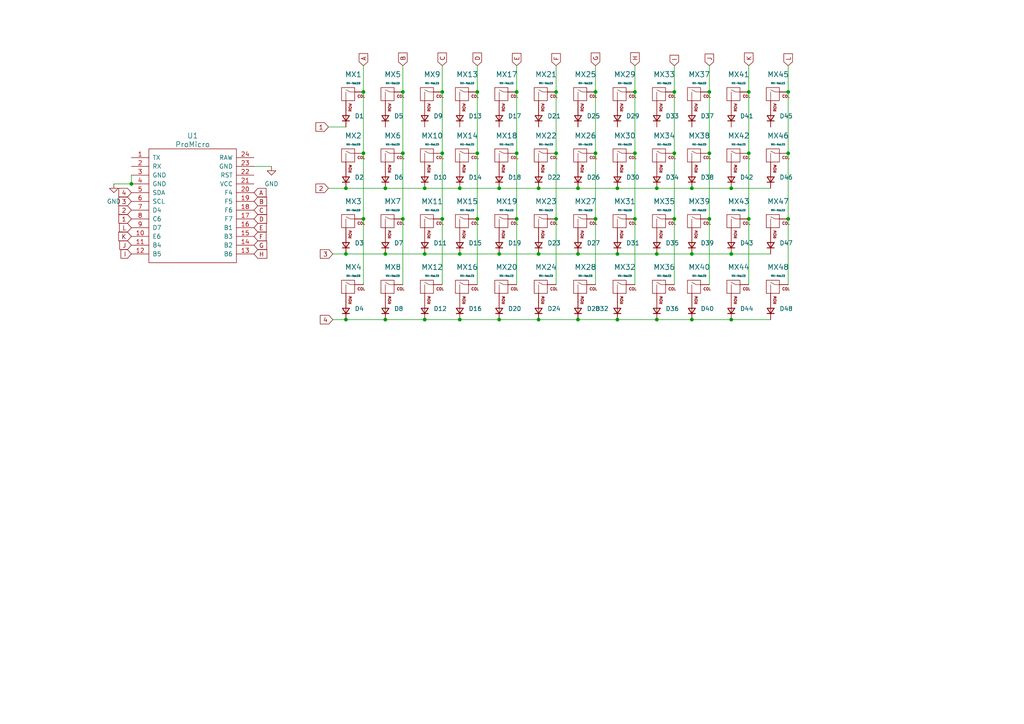
<source format=kicad_sch>
(kicad_sch (version 20230121) (generator eeschema)
  (paper "A4")
  (lib_symbols
    (symbol "Device:D_Small" (pin_numbers hide) (pin_names (offset 0.254) hide)
      (property "Reference" "D" (at -1.27 2.032 0))
      (property "Value" "D_Small" (at -3.81 -2.032 0))
      (symbol "D_Small_0_1"
        (polyline (pts (xy -0.762 -1.016) (xy -0.762 1.016)) (stroke (width 0.254)))
        (polyline (pts (xy -0.762 0) (xy 0.762 0)))
        (polyline (pts (xy 0.762 -1.016) (xy -0.762 0) (xy 0.762 1.016) (xy 0.762 -1.016)) (stroke (width 0.254)))
      )
      (symbol "D_Small_1_1"
        (pin passive line (at -2.54 0 0) (length 1.778) (name "K") (number "1"))
        (pin passive line (at 2.54 0 180) (length 1.778) (name "A") (number "2"))
      )
    )
    (symbol "MX_Alps_Hybrid:MX-NoLED" (pin_names (offset 1.016))
      (property "Reference" "MX" (at -0.635 3.81 0))
      (property "Value" "MX-NoLED" (at -0.635 1.27 0))
      (symbol "MX-NoLED_0_0"
        (rectangle (start -2.54 2.54) (end 1.27 -1.27))
        (polyline (pts (xy -1.27 -1.27) (xy -1.27 1.27)) (stroke (width 0.127)))
        (polyline (pts (xy 1.27 1.27) (xy 0 1.27) (xy -1.27 1.905)) (stroke (width 0.127)))
        (text "COL" (at 3.175 0 0) (effects (font (size 0.762 0.762))))
        (text "ROW" (at 0 -1.905 900) (effects (font (size 0.762 0.762)) (justify right)))
      )
      (symbol "MX-NoLED_1_1"
        (pin passive line (at 3.81 1.27 180) (length 2.54) (name "COL") (number "1"))
        (pin passive line (at -1.27 -3.81 90) (length 2.54) (name "ROW") (number "2"))
      )
    )
    (symbol "power:GND" (power) (pin_names (offset 0))
      (property "Value" "GND" (at 0 -3.81 0))
      (symbol "GND_0_1"
        (polyline (pts (xy 0 0) (xy 0 -1.27) (xy 1.27 -1.27) (xy 0 -2.54) (xy -1.27 -1.27) (xy 0 -1.27)))
      )
      (symbol "GND_1_1"
        (pin power_in line (at 0 0 270) (length 0) hide (name "GND") (number "1"))
      )
    )
    (symbol "promicro:ProMicro" (pin_names (offset 1.016))
      (property "Reference" "U" (at 0 24.13 0))
      (property "Value" "ProMicro" (at 0 -13.97 0))
      (symbol "ProMicro_0_1"
        (rectangle (start -12.7 21.59) (end 12.7 -11.43))
      )
      (symbol "ProMicro_1_1"
        (pin bidirectional line (at -17.78 19.05 0) (length 5.08) (name "TX") (number "1"))
        (pin bidirectional line (at -17.78 -3.81 0) (length 5.08) (name "E6") (number "10"))
        (pin bidirectional line (at -17.78 -6.35 0) (length 5.08) (name "B4") (number "11"))
        (pin bidirectional line (at -17.78 -8.89 0) (length 5.08) (name "B5") (number "12"))
        (pin bidirectional line (at 17.78 -8.89 180) (length 5.08) (name "B6") (number "13"))
        (pin bidirectional line (at 17.78 -6.35 180) (length 5.08) (name "B2") (number "14"))
        (pin bidirectional line (at 17.78 -3.81 180) (length 5.08) (name "B3") (number "15"))
        (pin bidirectional line (at 17.78 -1.27 180) (length 5.08) (name "B1") (number "16"))
        (pin bidirectional line (at 17.78 1.27 180) (length 5.08) (name "F7") (number "17"))
        (pin bidirectional line (at 17.78 3.81 180) (length 5.08) (name "F6") (number "18"))
        (pin bidirectional line (at 17.78 6.35 180) (length 5.08) (name "F5") (number "19"))
        (pin bidirectional line (at -17.78 16.51 0) (length 5.08) (name "RX") (number "2"))
        (pin bidirectional line (at 17.78 8.89 180) (length 5.08) (name "F4") (number "20"))
        (pin power_in line (at 17.78 11.43 180) (length 5.08) (name "VCC") (number "21"))
        (pin input line (at 17.78 13.97 180) (length 5.08) (name "RST") (number "22"))
        (pin power_in line (at 17.78 16.51 180) (length 5.08) (name "GND") (number "23"))
        (pin power_out line (at 17.78 19.05 180) (length 5.08) (name "RAW") (number "24"))
        (pin power_in line (at -17.78 13.97 0) (length 5.08) (name "GND") (number "3"))
        (pin power_in line (at -17.78 11.43 0) (length 5.08) (name "GND") (number "4"))
        (pin bidirectional line (at -17.78 8.89 0) (length 5.08) (name "SDA") (number "5"))
        (pin bidirectional line (at -17.78 6.35 0) (length 5.08) (name "SCL") (number "6"))
        (pin bidirectional line (at -17.78 3.81 0) (length 5.08) (name "D4") (number "7"))
        (pin bidirectional line (at -17.78 1.27 0) (length 5.08) (name "C6") (number "8"))
        (pin bidirectional line (at -17.78 -1.27 0) (length 5.08) (name "D7") (number "9"))
      )
    )
  )
  (junction (at 116.84 26.67))
  (junction (at 217.17 44.45))
  (junction (at 105.41 63.5))
  (junction (at 111.76 54.61))
  (junction (at 167.64 73.66))
  (junction (at 190.5 54.61))
  (junction (at 217.17 26.67))
  (junction (at 133.35 73.66))
  (junction (at 205.74 63.5))
  (junction (at 190.5 92.71))
  (junction (at 149.86 26.67))
  (junction (at 212.09 54.61))
  (junction (at 212.09 92.71))
  (junction (at 161.29 63.5))
  (junction (at 128.27 26.67))
  (junction (at 133.35 92.71))
  (junction (at 228.6 26.67))
  (junction (at 217.17 63.5))
  (junction (at 200.66 54.61))
  (junction (at 138.43 63.5))
  (junction (at 156.21 92.71))
  (junction (at 116.84 63.5))
  (junction (at 100.33 92.71))
  (junction (at 111.76 92.71))
  (junction (at 195.58 44.45))
  (junction (at 100.33 54.61))
  (junction (at 105.41 26.67))
  (junction (at 172.72 63.5))
  (junction (at 123.19 54.61))
  (junction (at 172.72 44.45))
  (junction (at 156.21 73.66))
  (junction (at 184.15 26.67))
  (junction (at 149.86 63.5))
  (junction (at 161.29 26.67))
  (junction (at 138.43 44.45))
  (junction (at 179.07 92.71))
  (junction (at 123.19 92.71))
  (junction (at 149.86 44.45))
  (junction (at 190.5 73.66))
  (junction (at 144.78 54.61))
  (junction (at 195.58 26.67))
  (junction (at 128.27 63.5))
  (junction (at 228.6 63.5))
  (junction (at 161.29 44.45))
  (junction (at 138.43 26.67))
  (junction (at 205.74 26.67))
  (junction (at 200.66 73.66))
  (junction (at 100.33 73.66))
  (junction (at 200.66 92.71))
  (junction (at 123.19 73.66))
  (junction (at 116.84 44.45))
  (junction (at 128.27 44.45))
  (junction (at 133.35 54.61))
  (junction (at 172.72 26.67))
  (junction (at 205.74 44.45))
  (junction (at 144.78 92.71))
  (junction (at 111.76 73.66))
  (junction (at 195.58 63.5))
  (junction (at 184.15 44.45))
  (junction (at 179.07 54.61))
  (junction (at 179.07 73.66))
  (junction (at 144.78 73.66))
  (junction (at 105.41 44.45))
  (junction (at 228.6 44.45))
  (junction (at 184.15 63.5))
  (junction (at 212.09 73.66))
  (junction (at 156.21 54.61))
  (junction (at 167.64 92.71))
  (junction (at 38.1 53.34))
  (junction (at 167.64 54.61))
  (wire (pts (xy 133.35 54.61) (xy 144.78 54.61)))
  (wire (pts (xy 161.29 44.45) (xy 161.29 63.5)))
  (wire (pts (xy 33.02 53.34) (xy 38.1 53.34)))
  (wire (pts (xy 116.84 19.05) (xy 116.84 26.67)))
  (wire (pts (xy 172.72 19.05) (xy 172.72 26.67)))
  (wire (pts (xy 149.86 19.05) (xy 149.86 26.67)))
  (wire (pts (xy 111.76 73.66) (xy 123.19 73.66)))
  (wire (pts (xy 212.09 92.71) (xy 223.52 92.71)))
  (wire (pts (xy 38.1 50.8) (xy 38.1 53.34)))
  (wire (pts (xy 228.6 26.67) (xy 228.6 44.45)))
  (wire (pts (xy 228.6 19.05) (xy 228.6 26.67)))
  (wire (pts (xy 228.6 63.5) (xy 228.6 82.55)))
  (wire (pts (xy 190.5 73.66) (xy 200.66 73.66)))
  (wire (pts (xy 133.35 92.71) (xy 144.78 92.71)))
  (wire (pts (xy 167.64 92.71) (xy 179.07 92.71)))
  (wire (pts (xy 195.58 26.67) (xy 195.58 44.45)))
  (wire (pts (xy 217.17 63.5) (xy 217.17 82.55)))
  (wire (pts (xy 195.58 63.5) (xy 195.58 82.55)))
  (wire (pts (xy 172.72 26.67) (xy 172.72 44.45)))
  (wire (pts (xy 205.74 44.45) (xy 205.74 63.5)))
  (wire (pts (xy 228.6 44.45) (xy 228.6 63.5)))
  (wire (pts (xy 149.86 44.45) (xy 149.86 63.5)))
  (wire (pts (xy 190.5 54.61) (xy 200.66 54.61)))
  (wire (pts (xy 195.58 44.45) (xy 195.58 63.5)))
  (wire (pts (xy 161.29 63.5) (xy 161.29 82.55)))
  (wire (pts (xy 138.43 26.67) (xy 138.43 44.45)))
  (wire (pts (xy 123.19 73.66) (xy 133.35 73.66)))
  (wire (pts (xy 123.19 54.61) (xy 133.35 54.61)))
  (wire (pts (xy 149.86 26.67) (xy 149.86 44.45)))
  (wire (pts (xy 200.66 92.71) (xy 212.09 92.71)))
  (wire (pts (xy 195.58 19.05) (xy 195.58 26.67)))
  (wire (pts (xy 200.66 73.66) (xy 212.09 73.66)))
  (wire (pts (xy 179.07 73.66) (xy 190.5 73.66)))
  (wire (pts (xy 167.64 73.66) (xy 179.07 73.66)))
  (wire (pts (xy 161.29 26.67) (xy 161.29 44.45)))
  (wire (pts (xy 111.76 54.61) (xy 123.19 54.61)))
  (wire (pts (xy 73.66 48.26) (xy 78.74 48.26)))
  (wire (pts (xy 167.64 54.61) (xy 179.07 54.61)))
  (wire (pts (xy 128.27 19.05) (xy 128.27 26.67)))
  (wire (pts (xy 190.5 92.71) (xy 200.66 92.71)))
  (wire (pts (xy 212.09 73.66) (xy 223.52 73.66)))
  (wire (pts (xy 123.19 92.71) (xy 133.35 92.71)))
  (wire (pts (xy 217.17 19.05) (xy 217.17 26.67)))
  (wire (pts (xy 217.17 44.45) (xy 217.17 63.5)))
  (wire (pts (xy 96.52 73.66) (xy 100.33 73.66)))
  (wire (pts (xy 144.78 54.61) (xy 156.21 54.61)))
  (wire (pts (xy 179.07 54.61) (xy 190.5 54.61)))
  (wire (pts (xy 105.41 26.67) (xy 105.41 44.45)))
  (wire (pts (xy 144.78 73.66) (xy 156.21 73.66)))
  (wire (pts (xy 138.43 63.5) (xy 138.43 82.55)))
  (wire (pts (xy 172.72 63.5) (xy 172.72 82.55)))
  (wire (pts (xy 144.78 92.71) (xy 156.21 92.71)))
  (wire (pts (xy 200.66 54.61) (xy 212.09 54.61)))
  (wire (pts (xy 105.41 63.5) (xy 105.41 82.55)))
  (wire (pts (xy 205.74 19.05) (xy 205.74 26.67)))
  (wire (pts (xy 138.43 44.45) (xy 138.43 63.5)))
  (wire (pts (xy 205.74 26.67) (xy 205.74 44.45)))
  (wire (pts (xy 95.25 36.83) (xy 100.33 36.83)))
  (wire (pts (xy 184.15 63.5) (xy 184.15 82.55)))
  (wire (pts (xy 133.35 73.66) (xy 144.78 73.66)))
  (wire (pts (xy 100.33 73.66) (xy 111.76 73.66)))
  (wire (pts (xy 100.33 92.71) (xy 111.76 92.71)))
  (wire (pts (xy 116.84 26.67) (xy 116.84 44.45)))
  (wire (pts (xy 95.25 54.61) (xy 100.33 54.61)))
  (wire (pts (xy 128.27 26.67) (xy 128.27 44.45)))
  (wire (pts (xy 105.41 44.45) (xy 105.41 63.5)))
  (wire (pts (xy 105.41 19.05) (xy 105.41 26.67)))
  (wire (pts (xy 184.15 44.45) (xy 184.15 63.5)))
  (wire (pts (xy 128.27 44.45) (xy 128.27 63.5)))
  (wire (pts (xy 184.15 26.67) (xy 184.15 44.45)))
  (wire (pts (xy 128.27 63.5) (xy 128.27 82.55)))
  (wire (pts (xy 156.21 54.61) (xy 167.64 54.61)))
  (wire (pts (xy 116.84 63.5) (xy 116.84 82.55)))
  (wire (pts (xy 96.52 92.71) (xy 100.33 92.71)))
  (wire (pts (xy 161.29 19.05) (xy 161.29 26.67)))
  (wire (pts (xy 217.17 26.67) (xy 217.17 44.45)))
  (wire (pts (xy 184.15 19.05) (xy 184.15 26.67)))
  (wire (pts (xy 179.07 92.71) (xy 190.5 92.71)))
  (wire (pts (xy 156.21 92.71) (xy 167.64 92.71)))
  (wire (pts (xy 100.33 54.61) (xy 111.76 54.61)))
  (wire (pts (xy 212.09 54.61) (xy 223.52 54.61)))
  (wire (pts (xy 111.76 92.71) (xy 123.19 92.71)))
  (wire (pts (xy 116.84 44.45) (xy 116.84 63.5)))
  (wire (pts (xy 138.43 19.05) (xy 138.43 26.67)))
  (wire (pts (xy 172.72 44.45) (xy 172.72 63.5)))
  (wire (pts (xy 156.21 73.66) (xy 167.64 73.66)))
  (wire (pts (xy 149.86 63.5) (xy 149.86 82.55)))
  (wire (pts (xy 205.74 63.5) (xy 205.74 82.55)))
  (global_label "C" (shape input) (at 128.27 19.05 90) (property "Intersheetrefs" "${INTERSHEET_REFS}" (effects hide)))
  (global_label "G" (shape input) (at 172.72 19.05 90) (property "Intersheetrefs" "${INTERSHEET_REFS}" (effects hide)))
  (global_label "A" (shape input) (at 105.41 19.05 90) (property "Intersheetrefs" "${INTERSHEET_REFS}" (effects hide)))
  (global_label "3" (shape input) (at 96.52 73.66 180) (property "Intersheetrefs" "${INTERSHEET_REFS}" (effects hide)))
  (global_label "D" (shape input) (at 138.43 19.05 90) (property "Intersheetrefs" "${INTERSHEET_REFS}" (effects hide)))
  (global_label "K" (shape input) (at 38.1 68.58 180) (property "Intersheetrefs" "${INTERSHEET_REFS}" (effects hide)))
  (global_label "C" (shape input) (at 73.66 60.96 0) (property "Intersheetrefs" "${INTERSHEET_REFS}" (effects hide)))
  (global_label "B" (shape input) (at 116.84 19.05 90) (property "Intersheetrefs" "${INTERSHEET_REFS}" (effects hide)))
  (global_label "D" (shape input) (at 73.66 63.5 0) (property "Intersheetrefs" "${INTERSHEET_REFS}" (effects hide)))
  (global_label "L" (shape input) (at 228.6 19.05 90) (property "Intersheetrefs" "${INTERSHEET_REFS}" (effects hide)))
  (global_label "G" (shape input) (at 73.66 71.12 0) (property "Intersheetrefs" "${INTERSHEET_REFS}" (effects hide)))
  (global_label "F" (shape input) (at 161.29 19.05 90) (property "Intersheetrefs" "${INTERSHEET_REFS}" (effects hide)))
  (global_label "J" (shape input) (at 38.1 71.12 180) (property "Intersheetrefs" "${INTERSHEET_REFS}" (effects hide)))
  (global_label "4" (shape input) (at 38.1 55.88 180) (property "Intersheetrefs" "${INTERSHEET_REFS}" (effects hide)))
  (global_label "H" (shape input) (at 73.66 73.66 0) (property "Intersheetrefs" "${INTERSHEET_REFS}" (effects hide)))
  (global_label "1" (shape input) (at 38.1 63.5 180) (property "Intersheetrefs" "${INTERSHEET_REFS}" (effects hide)))
  (global_label "E" (shape input) (at 149.86 19.05 90) (property "Intersheetrefs" "${INTERSHEET_REFS}" (effects hide)))
  (global_label "K" (shape input) (at 217.17 19.05 90) (property "Intersheetrefs" "${INTERSHEET_REFS}" (effects hide)))
  (global_label "B" (shape input) (at 73.66 58.42 0) (property "Intersheetrefs" "${INTERSHEET_REFS}" (effects hide)))
  (global_label "4" (shape input) (at 96.52 92.71 180) (property "Intersheetrefs" "${INTERSHEET_REFS}" (effects hide)))
  (global_label "H" (shape input) (at 184.15 19.05 90) (property "Intersheetrefs" "${INTERSHEET_REFS}" (effects hide)))
  (global_label "J" (shape input) (at 205.74 19.05 90) (property "Intersheetrefs" "${INTERSHEET_REFS}" (effects hide)))
  (global_label "1" (shape input) (at 95.25 36.83 180) (property "Intersheetrefs" "${INTERSHEET_REFS}" (effects hide)))
  (global_label "A" (shape input) (at 73.66 55.88 0) (property "Intersheetrefs" "${INTERSHEET_REFS}" (effects hide)))
  (global_label "L" (shape input) (at 38.1 66.04 180) (property "Intersheetrefs" "${INTERSHEET_REFS}" (effects hide)))
  (global_label "2" (shape input) (at 95.25 54.61 180) (property "Intersheetrefs" "${INTERSHEET_REFS}" (effects hide)))
  (global_label "I" (shape input) (at 195.58 19.05 90) (property "Intersheetrefs" "${INTERSHEET_REFS}" (effects hide)))
  (global_label "E" (shape input) (at 73.66 66.04 0) (property "Intersheetrefs" "${INTERSHEET_REFS}" (effects hide)))
  (global_label "I" (shape input) (at 38.1 73.66 180) (property "Intersheetrefs" "${INTERSHEET_REFS}" (effects hide)))
  (global_label "3" (shape input) (at 38.1 58.42 180) (property "Intersheetrefs" "${INTERSHEET_REFS}" (effects hide)))
  (global_label "2" (shape input) (at 38.1 60.96 180) (property "Intersheetrefs" "${INTERSHEET_REFS}" (effects hide)))
  (global_label "F" (shape input) (at 73.66 68.58 0) (property "Intersheetrefs" "${INTERSHEET_REFS}" (effects hide)))
  (symbol (lib_id "MX_Alps_Hybrid:MX-NoLED") (at 191.77 45.72 0) (unit 1)
    (property "Reference" "MX34" (at 192.6532 39.37 0) (effects (font (size 1.524 1.524))))
    (property "Value" "MX-NoLED" (at 192.6532 41.91 0) (effects (font (size 0.508 0.508))))
    (property "Footprint" "MX_Only:MXOnly-1U-Hotswap" (effects hide))
  )
  (symbol (lib_id "MX_Alps_Hybrid:MX-NoLED") (at 124.46 83.82 0) (unit 1)
    (property "Reference" "MX12" (at 125.3432 77.47 0) (effects (font (size 1.524 1.524))))
    (property "Value" "MX-NoLED" (at 125.3432 80.01 0) (effects (font (size 0.508 0.508))))
    (property "Footprint" "MX_Only:MXOnly-1U-Hotswap" (effects hide))
  )
  (symbol (lib_id "MX_Alps_Hybrid:MX-NoLED") (at 101.6 27.94 0) (unit 1)
    (property "Reference" "MX1" (at 102.4832 21.59 0) (effects (font (size 1.524 1.524))))
    (property "Value" "MX-NoLED" (at 102.4832 24.13 0) (effects (font (size 0.508 0.508))))
    (property "Footprint" "MX_Only:MXOnly-1U-Hotswap" (effects hide))
  )
  (symbol (lib_id "MX_Alps_Hybrid:MX-NoLED") (at 180.34 83.82 0) (unit 1)
    (property "Reference" "MX32" (at 181.2232 77.47 0) (effects (font (size 1.524 1.524))))
    (property "Value" "MX-NoLED" (at 181.2232 80.01 0) (effects (font (size 0.508 0.508))))
    (property "Footprint" "MX_Only:MXOnly-1U-Hotswap" (effects hide))
  )
  (symbol (lib_id "MX_Alps_Hybrid:MX-NoLED") (at 113.03 45.72 0) (unit 1)
    (property "Reference" "MX6" (at 113.9132 39.37 0) (effects (font (size 1.524 1.524))))
    (property "Value" "MX-NoLED" (at 113.9132 41.91 0) (effects (font (size 0.508 0.508))))
    (property "Footprint" "MX_Only:MXOnly-1U-Hotswap" (effects hide))
  )
  (symbol (lib_id "MX_Alps_Hybrid:MX-NoLED") (at 157.48 45.72 0) (unit 1)
    (property "Reference" "MX22" (at 158.3632 39.37 0) (effects (font (size 1.524 1.524))))
    (property "Value" "MX-NoLED" (at 158.3632 41.91 0) (effects (font (size 0.508 0.508))))
    (property "Footprint" "MX_Only:MXOnly-1U-Hotswap" (effects hide))
  )
  (symbol (lib_id "MX_Alps_Hybrid:MX-NoLED") (at 124.46 27.94 0) (unit 1)
    (property "Reference" "MX9" (at 125.3432 21.59 0) (effects (font (size 1.524 1.524))))
    (property "Value" "MX-NoLED" (at 125.3432 24.13 0) (effects (font (size 0.508 0.508))))
    (property "Footprint" "MX_Only:MXOnly-1U-Hotswap" (effects hide))
  )
  (symbol (lib_id "Device:D_Small") (at 223.52 52.07 90) (unit 1)
    (property "Reference" "D46" (at 226.06 51.435 90) (effects (justify right)))
    (property "Value" "D_Small" (effects hide))
    (property "Footprint" "Diode_SMD:D_SOD-123" (effects hide))
    (property "Sim.Device" "D" (effects hide))
    (property "Sim.Pins" "1=K 2=A" (effects hide))
  )
  (symbol (lib_id "Device:D_Small") (at 111.76 90.17 90) (unit 1)
    (property "Reference" "D8" (at 114.3 89.535 90) (effects (justify right)))
    (property "Value" "D_Small" (effects hide))
    (property "Footprint" "Diode_SMD:D_SOD-123" (effects hide))
    (property "Sim.Device" "D" (effects hide))
    (property "Sim.Pins" "1=K 2=A" (effects hide))
  )
  (symbol (lib_id "Device:D_Small") (at 156.21 71.12 90) (unit 1)
    (property "Reference" "D23" (at 158.75 70.485 90) (effects (justify right)))
    (property "Value" "D_Small" (effects hide))
    (property "Footprint" "Diode_SMD:D_SOD-123" (effects hide))
    (property "Sim.Device" "D" (effects hide))
    (property "Sim.Pins" "1=K 2=A" (effects hide))
  )
  (symbol (lib_id "Device:D_Small") (at 190.5 71.12 90) (unit 1)
    (property "Reference" "D35" (at 193.04 70.485 90) (effects (justify right)))
    (property "Value" "D_Small" (effects hide))
    (property "Footprint" "Diode_SMD:D_SOD-123" (effects hide))
    (property "Sim.Device" "D" (effects hide))
    (property "Sim.Pins" "1=K 2=A" (effects hide))
  )
  (symbol (lib_id "MX_Alps_Hybrid:MX-NoLED") (at 168.91 64.77 0) (unit 1)
    (property "Reference" "MX27" (at 169.7932 58.42 0) (effects (font (size 1.524 1.524))))
    (property "Value" "MX-NoLED" (at 169.7932 60.96 0) (effects (font (size 0.508 0.508))))
    (property "Footprint" "MX_Only:MXOnly-1U-Hotswap" (effects hide))
  )
  (symbol (lib_id "Device:D_Small") (at 223.52 90.17 90) (unit 1)
    (property "Reference" "D48" (at 226.06 89.535 90) (effects (justify right)))
    (property "Value" "D_Small" (effects hide))
    (property "Footprint" "Diode_SMD:D_SOD-123" (effects hide))
    (property "Sim.Device" "D" (effects hide))
    (property "Sim.Pins" "1=K 2=A" (effects hide))
  )
  (symbol (lib_id "power:GND") (at 33.02 53.34 0) (unit 1)
    (property "Reference" "#PWR02" (effects hide))
    (property "Value" "GND" (at 33.02 58.42 0))
  )
  (symbol (lib_id "Device:D_Small") (at 167.64 90.17 90) (unit 1)
    (property "Reference" "D28" (at 170.18 89.535 90) (effects (justify right)))
    (property "Value" "D_Small" (effects hide))
    (property "Footprint" "Diode_SMD:D_SOD-123" (effects hide))
    (property "Sim.Device" "D" (effects hide))
    (property "Sim.Pins" "1=K 2=A" (effects hide))
  )
  (symbol (lib_id "Device:D_Small") (at 200.66 52.07 90) (unit 1)
    (property "Reference" "D38" (at 203.2 51.435 90) (effects (justify right)))
    (property "Value" "D_Small" (effects hide))
    (property "Footprint" "Diode_SMD:D_SOD-123" (effects hide))
    (property "Sim.Device" "D" (effects hide))
    (property "Sim.Pins" "1=K 2=A" (effects hide))
  )
  (symbol (lib_id "MX_Alps_Hybrid:MX-NoLED") (at 134.62 27.94 0) (unit 1)
    (property "Reference" "MX13" (at 135.5032 21.59 0) (effects (font (size 1.524 1.524))))
    (property "Value" "MX-NoLED" (at 135.5032 24.13 0) (effects (font (size 0.508 0.508))))
    (property "Footprint" "MX_Only:MXOnly-1U-Hotswap" (effects hide))
  )
  (symbol (lib_id "MX_Alps_Hybrid:MX-NoLED") (at 168.91 45.72 0) (unit 1)
    (property "Reference" "MX26" (at 169.7932 39.37 0) (effects (font (size 1.524 1.524))))
    (property "Value" "MX-NoLED" (at 169.7932 41.91 0) (effects (font (size 0.508 0.508))))
    (property "Footprint" "MX_Only:MXOnly-1U-Hotswap" (effects hide))
  )
  (symbol (lib_id "Device:D_Small") (at 144.78 34.29 90) (unit 1)
    (property "Reference" "D17" (at 147.32 33.655 90) (effects (justify right)))
    (property "Value" "D_Small" (effects hide))
    (property "Footprint" "Diode_SMD:D_SOD-123" (effects hide))
    (property "Sim.Device" "D" (effects hide))
    (property "Sim.Pins" "1=K 2=A" (effects hide))
  )
  (symbol (lib_id "MX_Alps_Hybrid:MX-NoLED") (at 201.93 27.94 0) (unit 1)
    (property "Reference" "MX37" (at 202.8132 21.59 0) (effects (font (size 1.524 1.524))))
    (property "Value" "MX-NoLED" (at 202.8132 24.13 0) (effects (font (size 0.508 0.508))))
    (property "Footprint" "MX_Only:MXOnly-1U-Hotswap" (effects hide))
  )
  (symbol (lib_id "Device:D_Small") (at 190.5 90.17 90) (unit 1)
    (property "Reference" "D36" (at 193.04 89.535 90) (effects (justify right)))
    (property "Value" "D_Small" (effects hide))
    (property "Footprint" "Diode_SMD:D_SOD-123" (effects hide))
    (property "Sim.Device" "D" (effects hide))
    (property "Sim.Pins" "1=K 2=A" (effects hide))
  )
  (symbol (lib_id "MX_Alps_Hybrid:MX-NoLED") (at 213.36 27.94 0) (unit 1)
    (property "Reference" "MX41" (at 214.2432 21.59 0) (effects (font (size 1.524 1.524))))
    (property "Value" "MX-NoLED" (at 214.2432 24.13 0) (effects (font (size 0.508 0.508))))
    (property "Footprint" "MX_Only:MXOnly-1U-Hotswap" (effects hide))
  )
  (symbol (lib_id "Device:D_Small") (at 144.78 90.17 90) (unit 1)
    (property "Reference" "D20" (at 147.32 89.535 90) (effects (justify right)))
    (property "Value" "D_Small" (effects hide))
    (property "Footprint" "Diode_SMD:D_SOD-123" (effects hide))
    (property "Sim.Device" "D" (effects hide))
    (property "Sim.Pins" "1=K 2=A" (effects hide))
  )
  (symbol (lib_id "MX_Alps_Hybrid:MX-NoLED") (at 101.6 64.77 0) (unit 1)
    (property "Reference" "MX3" (at 102.4832 58.42 0) (effects (font (size 1.524 1.524))))
    (property "Value" "MX-NoLED" (at 102.4832 60.96 0) (effects (font (size 0.508 0.508))))
    (property "Footprint" "MX_Only:MXOnly-1U-Hotswap" (effects hide))
  )
  (symbol (lib_id "Device:D_Small") (at 100.33 34.29 90) (unit 1)
    (property "Reference" "D1" (at 102.87 33.655 90) (effects (justify right)))
    (property "Value" "D_Small" (effects hide))
    (property "Footprint" "Diode_SMD:D_SOD-123" (effects hide))
    (property "Sim.Device" "D" (effects hide))
    (property "Sim.Pins" "1=K 2=A" (effects hide))
  )
  (symbol (lib_id "Device:D_Small") (at 100.33 90.17 90) (unit 1)
    (property "Reference" "D4" (at 102.87 89.535 90) (effects (justify right)))
    (property "Value" "D_Small" (effects hide))
    (property "Footprint" "Diode_SMD:D_SOD-123" (effects hide))
    (property "Sim.Device" "D" (effects hide))
    (property "Sim.Pins" "1=K 2=A" (effects hide))
  )
  (symbol (lib_id "MX_Alps_Hybrid:MX-NoLED") (at 134.62 64.77 0) (unit 1)
    (property "Reference" "MX15" (at 135.5032 58.42 0) (effects (font (size 1.524 1.524))))
    (property "Value" "MX-NoLED" (at 135.5032 60.96 0) (effects (font (size 0.508 0.508))))
    (property "Footprint" "MX_Only:MXOnly-1U-Hotswap" (effects hide))
  )
  (symbol (lib_id "Device:D_Small") (at 133.35 34.29 90) (unit 1)
    (property "Reference" "D13" (at 135.89 33.655 90) (effects (justify right)))
    (property "Value" "D_Small" (effects hide))
    (property "Footprint" "Diode_SMD:D_SOD-123" (effects hide))
    (property "Sim.Device" "D" (effects hide))
    (property "Sim.Pins" "1=K 2=A" (effects hide))
  )
  (symbol (lib_id "Device:D_Small") (at 200.66 71.12 90) (unit 1)
    (property "Reference" "D39" (at 203.2 70.485 90) (effects (justify right)))
    (property "Value" "D_Small" (effects hide))
    (property "Footprint" "Diode_SMD:D_SOD-123" (effects hide))
    (property "Sim.Device" "D" (effects hide))
    (property "Sim.Pins" "1=K 2=A" (effects hide))
  )
  (symbol (lib_id "MX_Alps_Hybrid:MX-NoLED") (at 113.03 64.77 0) (unit 1)
    (property "Reference" "MX7" (at 113.9132 58.42 0) (effects (font (size 1.524 1.524))))
    (property "Value" "MX-NoLED" (at 113.9132 60.96 0) (effects (font (size 0.508 0.508))))
    (property "Footprint" "MX_Only:MXOnly-1U-Hotswap" (effects hide))
  )
  (symbol (lib_id "Device:D_Small") (at 179.07 90.17 270) (mirror x) (unit 1)
    (property "Reference" "D32" (at 176.53 89.535 90) (effects (justify right)))
    (property "Value" "D_Small" (effects hide))
    (property "Footprint" "Diode_SMD:D_SOD-123" (effects hide))
    (property "Sim.Device" "D" (effects hide))
    (property "Sim.Pins" "1=K 2=A" (effects hide))
  )
  (symbol (lib_id "Device:D_Small") (at 111.76 71.12 90) (unit 1)
    (property "Reference" "D7" (at 114.3 70.485 90) (effects (justify right)))
    (property "Value" "D_Small" (effects hide))
    (property "Footprint" "Diode_SMD:D_SOD-123" (effects hide))
    (property "Sim.Device" "D" (effects hide))
    (property "Sim.Pins" "1=K 2=A" (effects hide))
  )
  (symbol (lib_id "Device:D_Small") (at 167.64 52.07 90) (unit 1)
    (property "Reference" "D26" (at 170.18 51.435 90) (effects (justify right)))
    (property "Value" "D_Small" (effects hide))
    (property "Footprint" "Diode_SMD:D_SOD-123" (effects hide))
    (property "Sim.Device" "D" (effects hide))
    (property "Sim.Pins" "1=K 2=A" (effects hide))
  )
  (symbol (lib_id "MX_Alps_Hybrid:MX-NoLED") (at 180.34 27.94 0) (unit 1)
    (property "Reference" "MX29" (at 181.2232 21.59 0) (effects (font (size 1.524 1.524))))
    (property "Value" "MX-NoLED" (at 181.2232 24.13 0) (effects (font (size 0.508 0.508))))
    (property "Footprint" "MX_Only:MXOnly-1U-Hotswap" (effects hide))
  )
  (symbol (lib_id "power:GND") (at 78.74 48.26 0) (unit 1)
    (property "Reference" "#PWR01" (effects hide))
    (property "Value" "GND" (at 78.74 53.34 0))
  )
  (symbol (lib_id "MX_Alps_Hybrid:MX-NoLED") (at 113.03 83.82 0) (unit 1)
    (property "Reference" "MX8" (at 113.9132 77.47 0) (effects (font (size 1.524 1.524))))
    (property "Value" "MX-NoLED" (at 113.9132 80.01 0) (effects (font (size 0.508 0.508))))
    (property "Footprint" "MX_Only:MXOnly-1U-Hotswap" (effects hide))
  )
  (symbol (lib_id "MX_Alps_Hybrid:MX-NoLED") (at 101.6 45.72 0) (unit 1)
    (property "Reference" "MX2" (at 102.4832 39.37 0) (effects (font (size 1.524 1.524))))
    (property "Value" "MX-NoLED" (at 102.4832 41.91 0) (effects (font (size 0.508 0.508))))
    (property "Footprint" "MX_Only:MXOnly-1U-Hotswap" (effects hide))
  )
  (symbol (lib_id "Device:D_Small") (at 200.66 34.29 90) (unit 1)
    (property "Reference" "D37" (at 203.2 33.655 90) (effects (justify right)))
    (property "Value" "D_Small" (effects hide))
    (property "Footprint" "Diode_SMD:D_SOD-123" (effects hide))
    (property "Sim.Device" "D" (effects hide))
    (property "Sim.Pins" "1=K 2=A" (effects hide))
  )
  (symbol (lib_id "MX_Alps_Hybrid:MX-NoLED") (at 191.77 27.94 0) (unit 1)
    (property "Reference" "MX33" (at 192.6532 21.59 0) (effects (font (size 1.524 1.524))))
    (property "Value" "MX-NoLED" (at 192.6532 24.13 0) (effects (font (size 0.508 0.508))))
    (property "Footprint" "MX_Only:MXOnly-1U-Hotswap" (effects hide))
  )
  (symbol (lib_id "Device:D_Small") (at 212.09 90.17 90) (unit 1)
    (property "Reference" "D44" (at 214.63 89.535 90) (effects (justify right)))
    (property "Value" "D_Small" (effects hide))
    (property "Footprint" "Diode_SMD:D_SOD-123" (effects hide))
    (property "Sim.Device" "D" (effects hide))
    (property "Sim.Pins" "1=K 2=A" (effects hide))
  )
  (symbol (lib_id "MX_Alps_Hybrid:MX-NoLED") (at 191.77 83.82 0) (unit 1)
    (property "Reference" "MX36" (at 192.6532 77.47 0) (effects (font (size 1.524 1.524))))
    (property "Value" "MX-NoLED" (at 192.6532 80.01 0) (effects (font (size 0.508 0.508))))
    (property "Footprint" "MX_Only:MXOnly-1U-Hotswap" (effects hide))
  )
  (symbol (lib_id "MX_Alps_Hybrid:MX-NoLED") (at 157.48 83.82 0) (unit 1)
    (property "Reference" "MX24" (at 158.3632 77.47 0) (effects (font (size 1.524 1.524))))
    (property "Value" "MX-NoLED" (at 158.3632 80.01 0) (effects (font (size 0.508 0.508))))
    (property "Footprint" "MX_Only:MXOnly-1U-Hotswap" (effects hide))
  )
  (symbol (lib_id "Device:D_Small") (at 212.09 34.29 90) (unit 1)
    (property "Reference" "D41" (at 214.63 33.655 90) (effects (justify right)))
    (property "Value" "D_Small" (effects hide))
    (property "Footprint" "Diode_SMD:D_SOD-123" (effects hide))
    (property "Sim.Device" "D" (effects hide))
    (property "Sim.Pins" "1=K 2=A" (effects hide))
  )
  (symbol (lib_id "Device:D_Small") (at 100.33 52.07 90) (unit 1)
    (property "Reference" "D2" (at 102.87 51.435 90) (effects (justify right)))
    (property "Value" "D_Small" (effects hide))
    (property "Footprint" "Diode_SMD:D_SOD-123" (effects hide))
    (property "Sim.Device" "D" (effects hide))
    (property "Sim.Pins" "1=K 2=A" (effects hide))
  )
  (symbol (lib_id "Device:D_Small") (at 200.66 90.17 90) (unit 1)
    (property "Reference" "D40" (at 203.2 89.535 90) (effects (justify right)))
    (property "Value" "D_Small" (effects hide))
    (property "Footprint" "Diode_SMD:D_SOD-123" (effects hide))
    (property "Sim.Device" "D" (effects hide))
    (property "Sim.Pins" "1=K 2=A" (effects hide))
  )
  (symbol (lib_id "Device:D_Small") (at 156.21 34.29 90) (unit 1)
    (property "Reference" "D21" (at 158.75 33.655 90) (effects (justify right)))
    (property "Value" "D_Small" (effects hide))
    (property "Footprint" "Diode_SMD:D_SOD-123" (effects hide))
    (property "Sim.Device" "D" (effects hide))
    (property "Sim.Pins" "1=K 2=A" (effects hide))
  )
  (symbol (lib_id "Device:D_Small") (at 144.78 71.12 90) (unit 1)
    (property "Reference" "D19" (at 147.32 70.485 90) (effects (justify right)))
    (property "Value" "D_Small" (effects hide))
    (property "Footprint" "Diode_SMD:D_SOD-123" (effects hide))
    (property "Sim.Device" "D" (effects hide))
    (property "Sim.Pins" "1=K 2=A" (effects hide))
  )
  (symbol (lib_id "MX_Alps_Hybrid:MX-NoLED") (at 124.46 45.72 0) (unit 1)
    (property "Reference" "MX10" (at 125.3432 39.37 0) (effects (font (size 1.524 1.524))))
    (property "Value" "MX-NoLED" (at 125.3432 41.91 0) (effects (font (size 0.508 0.508))))
    (property "Footprint" "MX_Only:MXOnly-1U-Hotswap" (effects hide))
  )
  (symbol (lib_id "MX_Alps_Hybrid:MX-NoLED") (at 146.05 64.77 0) (unit 1)
    (property "Reference" "MX19" (at 146.9332 58.42 0) (effects (font (size 1.524 1.524))))
    (property "Value" "MX-NoLED" (at 146.9332 60.96 0) (effects (font (size 0.508 0.508))))
    (property "Footprint" "MX_Only:MXOnly-1U-Hotswap" (effects hide))
  )
  (symbol (lib_id "Device:D_Small") (at 133.35 90.17 90) (unit 1)
    (property "Reference" "D16" (at 135.89 89.535 90) (effects (justify right)))
    (property "Value" "D_Small" (effects hide))
    (property "Footprint" "Diode_SMD:D_SOD-123" (effects hide))
    (property "Sim.Device" "D" (effects hide))
    (property "Sim.Pins" "1=K 2=A" (effects hide))
  )
  (symbol (lib_id "Device:D_Small") (at 100.33 71.12 90) (unit 1)
    (property "Reference" "D3" (at 102.87 70.485 90) (effects (justify right)))
    (property "Value" "D_Small" (effects hide))
    (property "Footprint" "Diode_SMD:D_SOD-123" (effects hide))
    (property "Sim.Device" "D" (effects hide))
    (property "Sim.Pins" "1=K 2=A" (effects hide))
  )
  (symbol (lib_id "MX_Alps_Hybrid:MX-NoLED") (at 168.91 83.82 0) (unit 1)
    (property "Reference" "MX28" (at 169.7932 77.47 0) (effects (font (size 1.524 1.524))))
    (property "Value" "MX-NoLED" (at 169.7932 80.01 0) (effects (font (size 0.508 0.508))))
    (property "Footprint" "MX_Only:MXOnly-1U-Hotswap" (effects hide))
  )
  (symbol (lib_id "Device:D_Small") (at 223.52 34.29 90) (unit 1)
    (property "Reference" "D45" (at 226.06 33.655 90) (effects (justify right)))
    (property "Value" "D_Small" (effects hide))
    (property "Footprint" "Diode_SMD:D_SOD-123" (effects hide))
    (property "Sim.Device" "D" (effects hide))
    (property "Sim.Pins" "1=K 2=A" (effects hide))
  )
  (symbol (lib_id "MX_Alps_Hybrid:MX-NoLED") (at 224.79 64.77 0) (unit 1)
    (property "Reference" "MX47" (at 225.6732 58.42 0) (effects (font (size 1.524 1.524))))
    (property "Value" "MX-NoLED" (at 225.6732 60.96 0) (effects (font (size 0.508 0.508))))
    (property "Footprint" "MX_Only:MXOnly-1U-Hotswap" (effects hide))
  )
  (symbol (lib_id "MX_Alps_Hybrid:MX-NoLED") (at 157.48 64.77 0) (unit 1)
    (property "Reference" "MX23" (at 158.3632 58.42 0) (effects (font (size 1.524 1.524))))
    (property "Value" "MX-NoLED" (at 158.3632 60.96 0) (effects (font (size 0.508 0.508))))
    (property "Footprint" "MX_Only:MXOnly-1U-Hotswap" (effects hide))
  )
  (symbol (lib_id "MX_Alps_Hybrid:MX-NoLED") (at 124.46 64.77 0) (unit 1)
    (property "Reference" "MX11" (at 125.3432 58.42 0) (effects (font (size 1.524 1.524))))
    (property "Value" "MX-NoLED" (at 125.3432 60.96 0) (effects (font (size 0.508 0.508))))
    (property "Footprint" "MX_Only:MXOnly-1U-Hotswap" (effects hide))
  )
  (symbol (lib_id "Device:D_Small") (at 111.76 34.29 90) (unit 1)
    (property "Reference" "D5" (at 114.3 33.655 90) (effects (justify right)))
    (property "Value" "D_Small" (effects hide))
    (property "Footprint" "Diode_SMD:D_SOD-123" (effects hide))
    (property "Sim.Device" "D" (effects hide))
    (property "Sim.Pins" "1=K 2=A" (effects hide))
  )
  (symbol (lib_id "Device:D_Small") (at 179.07 34.29 90) (unit 1)
    (property "Reference" "D29" (at 181.61 33.655 90) (effects (justify right)))
    (property "Value" "D_Small" (effects hide))
    (property "Footprint" "Diode_SMD:D_SOD-123" (effects hide))
    (property "Sim.Device" "D" (effects hide))
    (property "Sim.Pins" "1=K 2=A" (effects hide))
  )
  (symbol (lib_id "Device:D_Small") (at 123.19 71.12 90) (unit 1)
    (property "Reference" "D11" (at 125.73 70.485 90) (effects (justify right)))
    (property "Value" "D_Small" (effects hide))
    (property "Footprint" "Diode_SMD:D_SOD-123" (effects hide))
    (property "Sim.Device" "D" (effects hide))
    (property "Sim.Pins" "1=K 2=A" (effects hide))
  )
  (symbol (lib_id "MX_Alps_Hybrid:MX-NoLED") (at 213.36 64.77 0) (unit 1)
    (property "Reference" "MX43" (at 214.2432 58.42 0) (effects (font (size 1.524 1.524))))
    (property "Value" "MX-NoLED" (at 214.2432 60.96 0) (effects (font (size 0.508 0.508))))
    (property "Footprint" "MX_Only:MXOnly-1U-Hotswap" (effects hide))
  )
  (symbol (lib_id "Device:D_Small") (at 156.21 90.17 90) (unit 1)
    (property "Reference" "D24" (at 158.75 89.535 90) (effects (justify right)))
    (property "Value" "D_Small" (effects hide))
    (property "Footprint" "Diode_SMD:D_SOD-123" (effects hide))
    (property "Sim.Device" "D" (effects hide))
    (property "Sim.Pins" "1=K 2=A" (effects hide))
  )
  (symbol (lib_id "Device:D_Small") (at 212.09 52.07 90) (unit 1)
    (property "Reference" "D42" (at 214.63 51.435 90) (effects (justify right)))
    (property "Value" "D_Small" (effects hide))
    (property "Footprint" "Diode_SMD:D_SOD-123" (effects hide))
    (property "Sim.Device" "D" (effects hide))
    (property "Sim.Pins" "1=K 2=A" (effects hide))
  )
  (symbol (lib_id "Device:D_Small") (at 156.21 52.07 90) (unit 1)
    (property "Reference" "D22" (at 158.75 51.435 90) (effects (justify right)))
    (property "Value" "D_Small" (effects hide))
    (property "Footprint" "Diode_SMD:D_SOD-123" (effects hide))
    (property "Sim.Device" "D" (effects hide))
    (property "Sim.Pins" "1=K 2=A" (effects hide))
  )
  (symbol (lib_id "MX_Alps_Hybrid:MX-NoLED") (at 157.48 27.94 0) (unit 1)
    (property "Reference" "MX21" (at 158.3632 21.59 0) (effects (font (size 1.524 1.524))))
    (property "Value" "MX-NoLED" (at 158.3632 24.13 0) (effects (font (size 0.508 0.508))))
    (property "Footprint" "MX_Only:MXOnly-1U-Hotswap" (effects hide))
  )
  (symbol (lib_id "Device:D_Small") (at 190.5 52.07 90) (unit 1)
    (property "Reference" "D34" (at 193.04 51.435 90) (effects (justify right)))
    (property "Value" "D_Small" (effects hide))
    (property "Footprint" "Diode_SMD:D_SOD-123" (effects hide))
    (property "Sim.Device" "D" (effects hide))
    (property "Sim.Pins" "1=K 2=A" (effects hide))
  )
  (symbol (lib_id "MX_Alps_Hybrid:MX-NoLED") (at 180.34 45.72 0) (unit 1)
    (property "Reference" "MX30" (at 181.2232 39.37 0) (effects (font (size 1.524 1.524))))
    (property "Value" "MX-NoLED" (at 181.2232 41.91 0) (effects (font (size 0.508 0.508))))
    (property "Footprint" "MX_Only:MXOnly-1U-Hotswap" (effects hide))
  )
  (symbol (lib_id "MX_Alps_Hybrid:MX-NoLED") (at 213.36 83.82 0) (unit 1)
    (property "Reference" "MX44" (at 214.2432 77.47 0) (effects (font (size 1.524 1.524))))
    (property "Value" "MX-NoLED" (at 214.2432 80.01 0) (effects (font (size 0.508 0.508))))
    (property "Footprint" "MX_Only:MXOnly-1U-Hotswap" (effects hide))
  )
  (symbol (lib_id "MX_Alps_Hybrid:MX-NoLED") (at 134.62 45.72 0) (unit 1)
    (property "Reference" "MX14" (at 135.5032 39.37 0) (effects (font (size 1.524 1.524))))
    (property "Value" "MX-NoLED" (at 135.5032 41.91 0) (effects (font (size 0.508 0.508))))
    (property "Footprint" "MX_Only:MXOnly-1U-Hotswap" (effects hide))
  )
  (symbol (lib_id "Device:D_Small") (at 212.09 71.12 90) (unit 1)
    (property "Reference" "D43" (at 214.63 70.485 90) (effects (justify right)))
    (property "Value" "D_Small" (effects hide))
    (property "Footprint" "Diode_SMD:D_SOD-123" (effects hide))
    (property "Sim.Device" "D" (effects hide))
    (property "Sim.Pins" "1=K 2=A" (effects hide))
  )
  (symbol (lib_id "Device:D_Small") (at 179.07 71.12 90) (unit 1)
    (property "Reference" "D31" (at 181.61 70.485 90) (effects (justify right)))
    (property "Value" "D_Small" (effects hide))
    (property "Footprint" "Diode_SMD:D_SOD-123" (effects hide))
    (property "Sim.Device" "D" (effects hide))
    (property "Sim.Pins" "1=K 2=A" (effects hide))
  )
  (symbol (lib_id "MX_Alps_Hybrid:MX-NoLED") (at 201.93 45.72 0) (unit 1)
    (property "Reference" "MX38" (at 202.8132 39.37 0) (effects (font (size 1.524 1.524))))
    (property "Value" "MX-NoLED" (at 202.8132 41.91 0) (effects (font (size 0.508 0.508))))
    (property "Footprint" "MX_Only:MXOnly-1U-Hotswap" (effects hide))
  )
  (symbol (lib_id "MX_Alps_Hybrid:MX-NoLED") (at 224.79 45.72 0) (unit 1)
    (property "Reference" "MX46" (at 225.6732 39.37 0) (effects (font (size 1.524 1.524))))
    (property "Value" "MX-NoLED" (at 225.6732 41.91 0) (effects (font (size 0.508 0.508))))
    (property "Footprint" "MX_Only:MXOnly-1U-Hotswap" (effects hide))
  )
  (symbol (lib_id "MX_Alps_Hybrid:MX-NoLED") (at 134.62 83.82 0) (unit 1)
    (property "Reference" "MX16" (at 135.5032 77.47 0) (effects (font (size 1.524 1.524))))
    (property "Value" "MX-NoLED" (at 135.5032 80.01 0) (effects (font (size 0.508 0.508))))
    (property "Footprint" "MX_Only:MXOnly-1U-Hotswap" (effects hide))
  )
  (symbol (lib_id "MX_Alps_Hybrid:MX-NoLED") (at 168.91 27.94 0) (unit 1)
    (property "Reference" "MX25" (at 169.7932 21.59 0) (effects (font (size 1.524 1.524))))
    (property "Value" "MX-NoLED" (at 169.7932 24.13 0) (effects (font (size 0.508 0.508))))
    (property "Footprint" "MX_Only:MXOnly-1U-Hotswap" (effects hide))
  )
  (symbol (lib_id "MX_Alps_Hybrid:MX-NoLED") (at 191.77 64.77 0) (unit 1)
    (property "Reference" "MX35" (at 192.6532 58.42 0) (effects (font (size 1.524 1.524))))
    (property "Value" "MX-NoLED" (at 192.6532 60.96 0) (effects (font (size 0.508 0.508))))
    (property "Footprint" "MX_Only:MXOnly-1U-Hotswap" (effects hide))
  )
  (symbol (lib_id "Device:D_Small") (at 123.19 52.07 90) (unit 1)
    (property "Reference" "D10" (at 125.73 51.435 90) (effects (justify right)))
    (property "Value" "D_Small" (effects hide))
    (property "Footprint" "Diode_SMD:D_SOD-123" (effects hide))
    (property "Sim.Device" "D" (effects hide))
    (property "Sim.Pins" "1=K 2=A" (effects hide))
  )
  (symbol (lib_id "promicro:ProMicro") (at 55.88 64.77 0) (unit 1)
    (property "Reference" "U1" (at 55.88 39.37 0) (effects (font (size 1.524 1.524))))
    (property "Value" "ProMicro" (at 55.88 41.91 0) (effects (font (size 1.524 1.524))))
    (property "Footprint" "promicro:ProMicro" (effects hide))
  )
  (symbol (lib_id "MX_Alps_Hybrid:MX-NoLED") (at 224.79 83.82 0) (unit 1)
    (property "Reference" "MX48" (at 225.6732 77.47 0) (effects (font (size 1.524 1.524))))
    (property "Value" "MX-NoLED" (at 225.6732 80.01 0) (effects (font (size 0.508 0.508))))
    (property "Footprint" "MX_Only:MXOnly-1U-Hotswap" (effects hide))
  )
  (symbol (lib_id "MX_Alps_Hybrid:MX-NoLED") (at 213.36 45.72 0) (unit 1)
    (property "Reference" "MX42" (at 214.2432 39.37 0) (effects (font (size 1.524 1.524))))
    (property "Value" "MX-NoLED" (at 214.2432 41.91 0) (effects (font (size 0.508 0.508))))
    (property "Footprint" "MX_Only:MXOnly-1U-Hotswap" (effects hide))
  )
  (symbol (lib_id "Device:D_Small") (at 111.76 52.07 90) (unit 1)
    (property "Reference" "D6" (at 114.3 51.435 90) (effects (justify right)))
    (property "Value" "D_Small" (effects hide))
    (property "Footprint" "Diode_SMD:D_SOD-123" (effects hide))
    (property "Sim.Device" "D" (effects hide))
    (property "Sim.Pins" "1=K 2=A" (effects hide))
  )
  (symbol (lib_id "MX_Alps_Hybrid:MX-NoLED") (at 224.79 27.94 0) (unit 1)
    (property "Reference" "MX45" (at 225.6732 21.59 0) (effects (font (size 1.524 1.524))))
    (property "Value" "MX-NoLED" (at 225.6732 24.13 0) (effects (font (size 0.508 0.508))))
    (property "Footprint" "MX_Only:MXOnly-1U-Hotswap" (effects hide))
  )
  (symbol (lib_id "MX_Alps_Hybrid:MX-NoLED") (at 113.03 27.94 0) (unit 1)
    (property "Reference" "MX5" (at 113.9132 21.59 0) (effects (font (size 1.524 1.524))))
    (property "Value" "MX-NoLED" (at 113.9132 24.13 0) (effects (font (size 0.508 0.508))))
    (property "Footprint" "MX_Only:MXOnly-1U-Hotswap" (effects hide))
  )
  (symbol (lib_id "MX_Alps_Hybrid:MX-NoLED") (at 201.93 83.82 0) (unit 1)
    (property "Reference" "MX40" (at 202.8132 77.47 0) (effects (font (size 1.524 1.524))))
    (property "Value" "MX-NoLED" (at 202.8132 80.01 0) (effects (font (size 0.508 0.508))))
    (property "Footprint" "MX_Only:MXOnly-1U-Hotswap" (effects hide))
  )
  (symbol (lib_id "MX_Alps_Hybrid:MX-NoLED") (at 101.6 83.82 0) (unit 1)
    (property "Reference" "MX4" (at 102.4832 77.47 0) (effects (font (size 1.524 1.524))))
    (property "Value" "MX-NoLED" (at 102.4832 80.01 0) (effects (font (size 0.508 0.508))))
    (property "Footprint" "MX_Only:MXOnly-1U-Hotswap" (effects hide))
  )
  (symbol (lib_id "Device:D_Small") (at 179.07 52.07 90) (unit 1)
    (property "Reference" "D30" (at 181.61 51.435 90) (effects (justify right)))
    (property "Value" "D_Small" (effects hide))
    (property "Footprint" "Diode_SMD:D_SOD-123" (effects hide))
    (property "Sim.Device" "D" (effects hide))
    (property "Sim.Pins" "1=K 2=A" (effects hide))
  )
  (symbol (lib_id "Device:D_Small") (at 123.19 90.17 90) (unit 1)
    (property "Reference" "D12" (at 125.73 89.535 90) (effects (justify right)))
    (property "Value" "D_Small" (effects hide))
    (property "Footprint" "Diode_SMD:D_SOD-123" (effects hide))
    (property "Sim.Device" "D" (effects hide))
    (property "Sim.Pins" "1=K 2=A" (effects hide))
  )
  (symbol (lib_id "MX_Alps_Hybrid:MX-NoLED") (at 180.34 64.77 0) (unit 1)
    (property "Reference" "MX31" (at 181.2232 58.42 0) (effects (font (size 1.524 1.524))))
    (property "Value" "MX-NoLED" (at 181.2232 60.96 0) (effects (font (size 0.508 0.508))))
    (property "Footprint" "MX_Only:MXOnly-1U-Hotswap" (effects hide))
  )
  (symbol (lib_id "MX_Alps_Hybrid:MX-NoLED") (at 146.05 27.94 0) (unit 1)
    (property "Reference" "MX17" (at 146.9332 21.59 0) (effects (font (size 1.524 1.524))))
    (property "Value" "MX-NoLED" (at 146.9332 24.13 0) (effects (font (size 0.508 0.508))))
    (property "Footprint" "MX_Only:MXOnly-1U-Hotswap" (effects hide))
  )
  (symbol (lib_id "MX_Alps_Hybrid:MX-NoLED") (at 146.05 45.72 0) (unit 1)
    (property "Reference" "MX18" (at 146.9332 39.37 0) (effects (font (size 1.524 1.524))))
    (property "Value" "MX-NoLED" (at 146.9332 41.91 0) (effects (font (size 0.508 0.508))))
    (property "Footprint" "MX_Only:MXOnly-1U-Hotswap" (effects hide))
  )
  (symbol (lib_id "Device:D_Small") (at 144.78 52.07 90) (unit 1)
    (property "Reference" "D18" (at 147.32 51.435 90) (effects (justify right)))
    (property "Value" "D_Small" (effects hide))
    (property "Footprint" "Diode_SMD:D_SOD-123" (effects hide))
    (property "Sim.Device" "D" (effects hide))
    (property "Sim.Pins" "1=K 2=A" (effects hide))
  )
  (symbol (lib_id "Device:D_Small") (at 133.35 71.12 90) (unit 1)
    (property "Reference" "D15" (at 135.89 70.485 90) (effects (justify right)))
    (property "Value" "D_Small" (effects hide))
    (property "Footprint" "Diode_SMD:D_SOD-123" (effects hide))
    (property "Sim.Device" "D" (effects hide))
    (property "Sim.Pins" "1=K 2=A" (effects hide))
  )
  (symbol (lib_id "Device:D_Small") (at 123.19 34.29 90) (unit 1)
    (property "Reference" "D9" (at 125.73 33.655 90) (effects (justify right)))
    (property "Value" "D_Small" (effects hide))
    (property "Footprint" "Diode_SMD:D_SOD-123" (effects hide))
    (property "Sim.Device" "D" (effects hide))
    (property "Sim.Pins" "1=K 2=A" (effects hide))
  )
  (symbol (lib_id "Device:D_Small") (at 167.64 71.12 90) (unit 1)
    (property "Reference" "D27" (at 170.18 70.485 90) (effects (justify right)))
    (property "Value" "D_Small" (effects hide))
    (property "Footprint" "Diode_SMD:D_SOD-123" (effects hide))
    (property "Sim.Device" "D" (effects hide))
    (property "Sim.Pins" "1=K 2=A" (effects hide))
  )
  (symbol (lib_id "MX_Alps_Hybrid:MX-NoLED") (at 146.05 83.82 0) (unit 1)
    (property "Reference" "MX20" (at 146.9332 77.47 0) (effects (font (size 1.524 1.524))))
    (property "Value" "MX-NoLED" (at 146.9332 80.01 0) (effects (font (size 0.508 0.508))))
    (property "Footprint" "MX_Only:MXOnly-1U-Hotswap" (effects hide))
  )
  (symbol (lib_id "MX_Alps_Hybrid:MX-NoLED") (at 201.93 64.77 0) (unit 1)
    (property "Reference" "MX39" (at 202.8132 58.42 0) (effects (font (size 1.524 1.524))))
    (property "Value" "MX-NoLED" (at 202.8132 60.96 0) (effects (font (size 0.508 0.508))))
    (property "Footprint" "MX_Only:MXOnly-1U-Hotswap" (effects hide))
  )
  (symbol (lib_id "Device:D_Small") (at 190.5 34.29 90) (unit 1)
    (property "Reference" "D33" (at 193.04 33.655 90) (effects (justify right)))
    (property "Value" "D_Small" (effects hide))
    (property "Footprint" "Diode_SMD:D_SOD-123" (effects hide))
    (property "Sim.Device" "D" (effects hide))
    (property "Sim.Pins" "1=K 2=A" (effects hide))
  )
  (symbol (lib_id "Device:D_Small") (at 167.64 34.29 90) (unit 1)
    (property "Reference" "D25" (at 170.18 33.655 90) (effects (justify right)))
    (property "Value" "D_Small" (effects hide))
    (property "Footprint" "Diode_SMD:D_SOD-123" (effects hide))
    (property "Sim.Device" "D" (effects hide))
    (property "Sim.Pins" "1=K 2=A" (effects hide))
  )
  (symbol (lib_id "Device:D_Small") (at 223.52 71.12 90) (unit 1)
    (property "Reference" "D47" (at 226.06 70.485 90) (effects (justify right)))
    (property "Value" "D_Small" (effects hide))
    (property "Footprint" "Diode_SMD:D_SOD-123" (effects hide))
    (property "Sim.Device" "D" (effects hide))
    (property "Sim.Pins" "1=K 2=A" (effects hide))
  )
  (symbol (lib_id "Device:D_Small") (at 133.35 52.07 90) (unit 1)
    (property "Reference" "D14" (at 135.89 51.435 90) (effects (justify right)))
    (property "Value" "D_Small" (effects hide))
    (property "Footprint" "Diode_SMD:D_SOD-123" (effects hide))
    (property "Sim.Device" "D" (effects hide))
    (property "Sim.Pins" "1=K 2=A" (effects hide))
  )
)
</source>
